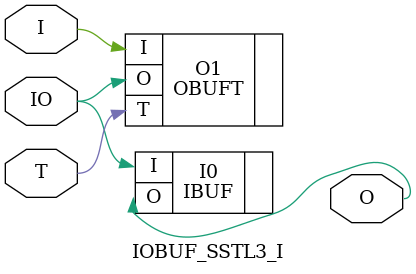
<source format=v>


`timescale  1 ps / 1 ps


module IOBUF_SSTL3_I (O, IO, I, T);

    output O;

    inout  IO;

    input  I, T;

        OBUFT #(.IOSTANDARD("SSTL3_I") ) O1 (.O(IO), .I(I), .T(T)); 
	IBUF #(.IOSTANDARD("SSTL3_I"))  I0 (.O(O), .I(IO));
        

endmodule



</source>
